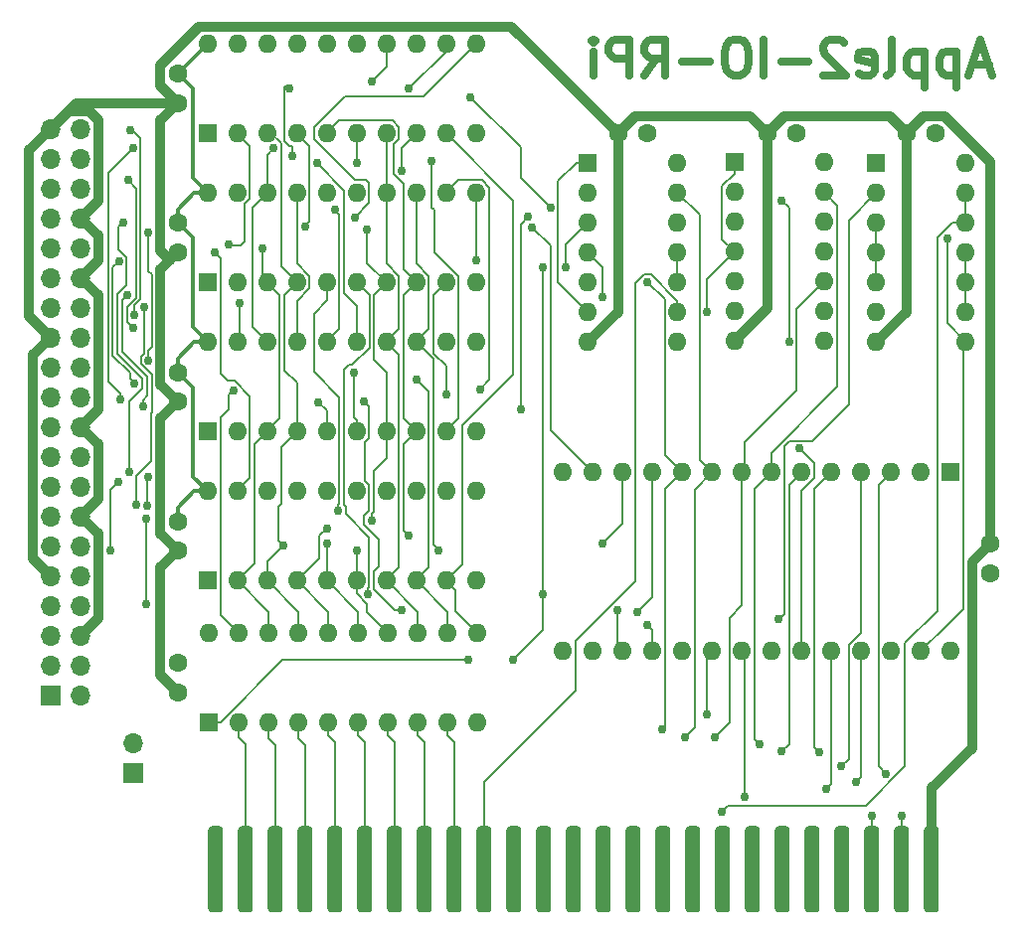
<source format=gbr>
G04 #@! TF.GenerationSoftware,KiCad,Pcbnew,(6.0.2-0)*
G04 #@! TF.CreationDate,2022-02-20T11:19:09-05:00*
G04 #@! TF.ProjectId,Apple2IORPi,4170706c-6532-4494-9f52-50692e6b6963,0.6*
G04 #@! TF.SameCoordinates,Original*
G04 #@! TF.FileFunction,Copper,L2,Bot*
G04 #@! TF.FilePolarity,Positive*
%FSLAX46Y46*%
G04 Gerber Fmt 4.6, Leading zero omitted, Abs format (unit mm)*
G04 Created by KiCad (PCBNEW (6.0.2-0)) date 2022-02-20 11:19:09*
%MOMM*%
%LPD*%
G01*
G04 APERTURE LIST*
G04 Aperture macros list*
%AMRoundRect*
0 Rectangle with rounded corners*
0 $1 Rounding radius*
0 $2 $3 $4 $5 $6 $7 $8 $9 X,Y pos of 4 corners*
0 Add a 4 corners polygon primitive as box body*
4,1,4,$2,$3,$4,$5,$6,$7,$8,$9,$2,$3,0*
0 Add four circle primitives for the rounded corners*
1,1,$1+$1,$2,$3*
1,1,$1+$1,$4,$5*
1,1,$1+$1,$6,$7*
1,1,$1+$1,$8,$9*
0 Add four rect primitives between the rounded corners*
20,1,$1+$1,$2,$3,$4,$5,0*
20,1,$1+$1,$4,$5,$6,$7,0*
20,1,$1+$1,$6,$7,$8,$9,0*
20,1,$1+$1,$8,$9,$2,$3,0*%
G04 Aperture macros list end*
%ADD10C,0.635000*%
G04 #@! TA.AperFunction,NonConductor*
%ADD11C,0.635000*%
G04 #@! TD*
G04 #@! TA.AperFunction,ConnectorPad*
%ADD12RoundRect,0.317500X-0.317500X-3.365500X0.317500X-3.365500X0.317500X3.365500X-0.317500X3.365500X0*%
G04 #@! TD*
G04 #@! TA.AperFunction,ComponentPad*
%ADD13R,1.700000X1.700000*%
G04 #@! TD*
G04 #@! TA.AperFunction,ComponentPad*
%ADD14O,1.700000X1.700000*%
G04 #@! TD*
G04 #@! TA.AperFunction,ComponentPad*
%ADD15R,1.600000X1.600000*%
G04 #@! TD*
G04 #@! TA.AperFunction,ComponentPad*
%ADD16O,1.600000X1.600000*%
G04 #@! TD*
G04 #@! TA.AperFunction,ComponentPad*
%ADD17C,1.600000*%
G04 #@! TD*
G04 #@! TA.AperFunction,ViaPad*
%ADD18C,0.762000*%
G04 #@! TD*
G04 #@! TA.AperFunction,Conductor*
%ADD19C,0.177800*%
G04 #@! TD*
G04 #@! TA.AperFunction,Conductor*
%ADD20C,0.812800*%
G04 #@! TD*
G04 #@! TA.AperFunction,Conductor*
%ADD21C,0.355600*%
G04 #@! TD*
G04 APERTURE END LIST*
D10*
D11*
X190365742Y-46888400D02*
X188914314Y-46888400D01*
X190656028Y-47759257D02*
X189640028Y-44711257D01*
X188624028Y-47759257D01*
X187608028Y-45727257D02*
X187608028Y-48775257D01*
X187608028Y-45872400D02*
X187317742Y-45727257D01*
X186737171Y-45727257D01*
X186446885Y-45872400D01*
X186301742Y-46017542D01*
X186156600Y-46307828D01*
X186156600Y-47178685D01*
X186301742Y-47468971D01*
X186446885Y-47614114D01*
X186737171Y-47759257D01*
X187317742Y-47759257D01*
X187608028Y-47614114D01*
X184850314Y-45727257D02*
X184850314Y-48775257D01*
X184850314Y-45872400D02*
X184560028Y-45727257D01*
X183979457Y-45727257D01*
X183689171Y-45872400D01*
X183544028Y-46017542D01*
X183398885Y-46307828D01*
X183398885Y-47178685D01*
X183544028Y-47468971D01*
X183689171Y-47614114D01*
X183979457Y-47759257D01*
X184560028Y-47759257D01*
X184850314Y-47614114D01*
X181657171Y-47759257D02*
X181947457Y-47614114D01*
X182092600Y-47323828D01*
X182092600Y-44711257D01*
X179334885Y-47614114D02*
X179625171Y-47759257D01*
X180205742Y-47759257D01*
X180496028Y-47614114D01*
X180641171Y-47323828D01*
X180641171Y-46162685D01*
X180496028Y-45872400D01*
X180205742Y-45727257D01*
X179625171Y-45727257D01*
X179334885Y-45872400D01*
X179189742Y-46162685D01*
X179189742Y-46452971D01*
X180641171Y-46743257D01*
X178028600Y-45001542D02*
X177883457Y-44856400D01*
X177593171Y-44711257D01*
X176867457Y-44711257D01*
X176577171Y-44856400D01*
X176432028Y-45001542D01*
X176286885Y-45291828D01*
X176286885Y-45582114D01*
X176432028Y-46017542D01*
X178173742Y-47759257D01*
X176286885Y-47759257D01*
X174980600Y-46598114D02*
X172658314Y-46598114D01*
X171206885Y-47759257D02*
X171206885Y-44711257D01*
X169174885Y-44711257D02*
X168594314Y-44711257D01*
X168304028Y-44856400D01*
X168013742Y-45146685D01*
X167868600Y-45727257D01*
X167868600Y-46743257D01*
X168013742Y-47323828D01*
X168304028Y-47614114D01*
X168594314Y-47759257D01*
X169174885Y-47759257D01*
X169465171Y-47614114D01*
X169755457Y-47323828D01*
X169900600Y-46743257D01*
X169900600Y-45727257D01*
X169755457Y-45146685D01*
X169465171Y-44856400D01*
X169174885Y-44711257D01*
X166562314Y-46598114D02*
X164240028Y-46598114D01*
X161046885Y-47759257D02*
X162062885Y-46307828D01*
X162788600Y-47759257D02*
X162788600Y-44711257D01*
X161627457Y-44711257D01*
X161337171Y-44856400D01*
X161192028Y-45001542D01*
X161046885Y-45291828D01*
X161046885Y-45727257D01*
X161192028Y-46017542D01*
X161337171Y-46162685D01*
X161627457Y-46307828D01*
X162788600Y-46307828D01*
X159740600Y-47759257D02*
X159740600Y-44711257D01*
X158579457Y-44711257D01*
X158289171Y-44856400D01*
X158144028Y-45001542D01*
X157998885Y-45291828D01*
X157998885Y-45727257D01*
X158144028Y-46017542D01*
X158289171Y-46162685D01*
X158579457Y-46307828D01*
X159740600Y-46307828D01*
X156692600Y-47759257D02*
X156692600Y-45727257D01*
X156692600Y-44711257D02*
X156837742Y-44856400D01*
X156692600Y-45001542D01*
X156547457Y-44856400D01*
X156692600Y-44711257D01*
X156692600Y-45001542D01*
D12*
X185495001Y-115443000D03*
X182955001Y-115443000D03*
X180415001Y-115443000D03*
X177875001Y-115443000D03*
X175335001Y-115443000D03*
X172795001Y-115443000D03*
X170255001Y-115443000D03*
X167715001Y-115443000D03*
X165175001Y-115443000D03*
X162635001Y-115443000D03*
X160095001Y-115443000D03*
X157555001Y-115443000D03*
X155015001Y-115443000D03*
X152475001Y-115443000D03*
X149935001Y-115443000D03*
X147395001Y-115443000D03*
X144855001Y-115443000D03*
X142315001Y-115443000D03*
X139775001Y-115443000D03*
X137235001Y-115443000D03*
X134695001Y-115443000D03*
X132155001Y-115443000D03*
X129615001Y-115443000D03*
X127075001Y-115443000D03*
X124535001Y-115443000D03*
D13*
X110490000Y-100584000D03*
D14*
X113030000Y-100584000D03*
X110490000Y-98044000D03*
X113030000Y-98044000D03*
X110490000Y-95504000D03*
X113030000Y-95504000D03*
X110490000Y-92964000D03*
X113030000Y-92964000D03*
X110490000Y-90424000D03*
X113030000Y-90424000D03*
X110490000Y-87884000D03*
X113030000Y-87884000D03*
X110490000Y-85344000D03*
X113030000Y-85344000D03*
X110490000Y-82804000D03*
X113030000Y-82804000D03*
X110490000Y-80264000D03*
X113030000Y-80264000D03*
X110490000Y-77724000D03*
X113030000Y-77724000D03*
X110490000Y-75184000D03*
X113030000Y-75184000D03*
X110490000Y-72644000D03*
X113030000Y-72644000D03*
X110490000Y-70104000D03*
X113030000Y-70104000D03*
X110490000Y-67564000D03*
X113030000Y-67564000D03*
X110490000Y-65024000D03*
X113030000Y-65024000D03*
X110490000Y-62484000D03*
X113030000Y-62484000D03*
X110490000Y-59944000D03*
X113030000Y-59944000D03*
X110490000Y-57404000D03*
X113030000Y-57404000D03*
X110490000Y-54864000D03*
X113030000Y-54864000D03*
X110490000Y-52324000D03*
X113030000Y-52324000D03*
D15*
X123952000Y-102870000D03*
D16*
X126492000Y-102870000D03*
X129032000Y-102870000D03*
X131572000Y-102870000D03*
X134112000Y-102870000D03*
X136652000Y-102870000D03*
X139192000Y-102870000D03*
X141732000Y-102870000D03*
X144272000Y-102870000D03*
X146812000Y-102870000D03*
X146812000Y-95250000D03*
X144272000Y-95250000D03*
X141732000Y-95250000D03*
X139192000Y-95250000D03*
X136652000Y-95250000D03*
X134112000Y-95250000D03*
X131572000Y-95250000D03*
X129032000Y-95250000D03*
X126492000Y-95250000D03*
X123952000Y-95250000D03*
D15*
X180771800Y-55245000D03*
D16*
X180771800Y-57785000D03*
X180771800Y-60325000D03*
X180771800Y-62865000D03*
X180771800Y-65405000D03*
X180771800Y-67945000D03*
X180771800Y-70485000D03*
X188391800Y-70485000D03*
X188391800Y-67945000D03*
X188391800Y-65405000D03*
X188391800Y-62865000D03*
X188391800Y-60325000D03*
X188391800Y-57785000D03*
X188391800Y-55245000D03*
D15*
X156210000Y-55245000D03*
D16*
X156210000Y-57785000D03*
X156210000Y-60325000D03*
X156210000Y-62865000D03*
X156210000Y-65405000D03*
X156210000Y-67945000D03*
X156210000Y-70485000D03*
X163830000Y-70485000D03*
X163830000Y-67945000D03*
X163830000Y-65405000D03*
X163830000Y-62865000D03*
X163830000Y-60325000D03*
X163830000Y-57785000D03*
X163830000Y-55245000D03*
D15*
X123825000Y-90805000D03*
D16*
X126365000Y-90805000D03*
X128905000Y-90805000D03*
X131445000Y-90805000D03*
X133985000Y-90805000D03*
X136525000Y-90805000D03*
X139065000Y-90805000D03*
X141605000Y-90805000D03*
X144145000Y-90805000D03*
X146685000Y-90805000D03*
X146685000Y-83185000D03*
X144145000Y-83185000D03*
X141605000Y-83185000D03*
X139065000Y-83185000D03*
X136525000Y-83185000D03*
X133985000Y-83185000D03*
X131445000Y-83185000D03*
X128905000Y-83185000D03*
X126365000Y-83185000D03*
X123825000Y-83185000D03*
D15*
X123825000Y-78105000D03*
D16*
X126365000Y-78105000D03*
X128905000Y-78105000D03*
X131445000Y-78105000D03*
X133985000Y-78105000D03*
X136525000Y-78105000D03*
X139065000Y-78105000D03*
X141605000Y-78105000D03*
X144145000Y-78105000D03*
X146685000Y-78105000D03*
X146685000Y-70485000D03*
X144145000Y-70485000D03*
X141605000Y-70485000D03*
X139065000Y-70485000D03*
X136525000Y-70485000D03*
X133985000Y-70485000D03*
X131445000Y-70485000D03*
X128905000Y-70485000D03*
X126365000Y-70485000D03*
X123825000Y-70485000D03*
D15*
X187101925Y-81586962D03*
D16*
X184561925Y-81586962D03*
X182021925Y-81586962D03*
X179481925Y-81586962D03*
X176941925Y-81586962D03*
X174401925Y-81586962D03*
X171861925Y-81586962D03*
X169321925Y-81586962D03*
X166781925Y-81586962D03*
X164241925Y-81586962D03*
X161701925Y-81586962D03*
X159161925Y-81586962D03*
X156621925Y-81586962D03*
X154081925Y-81586962D03*
X154081925Y-96826962D03*
X156621925Y-96826962D03*
X159161925Y-96826962D03*
X161701925Y-96826962D03*
X164241925Y-96826962D03*
X166781925Y-96826962D03*
X169321925Y-96826962D03*
X171861925Y-96826962D03*
X174401925Y-96826962D03*
X176941925Y-96826962D03*
X179481925Y-96826962D03*
X182021925Y-96826962D03*
X184561925Y-96826962D03*
X187101925Y-96826962D03*
D15*
X123825000Y-65405000D03*
D16*
X126365000Y-65405000D03*
X128905000Y-65405000D03*
X131445000Y-65405000D03*
X133985000Y-65405000D03*
X136525000Y-65405000D03*
X139065000Y-65405000D03*
X141605000Y-65405000D03*
X144145000Y-65405000D03*
X146685000Y-65405000D03*
X146685000Y-57785000D03*
X144145000Y-57785000D03*
X141605000Y-57785000D03*
X139065000Y-57785000D03*
X136525000Y-57785000D03*
X133985000Y-57785000D03*
X131445000Y-57785000D03*
X128905000Y-57785000D03*
X126365000Y-57785000D03*
X123825000Y-57785000D03*
D15*
X123825000Y-52705000D03*
D16*
X126365000Y-52705000D03*
X128905000Y-52705000D03*
X131445000Y-52705000D03*
X133985000Y-52705000D03*
X136525000Y-52705000D03*
X139065000Y-52705000D03*
X141605000Y-52705000D03*
X144145000Y-52705000D03*
X146685000Y-52705000D03*
X146685000Y-45085000D03*
X144145000Y-45085000D03*
X141605000Y-45085000D03*
X139065000Y-45085000D03*
X136525000Y-45085000D03*
X133985000Y-45085000D03*
X131445000Y-45085000D03*
X128905000Y-45085000D03*
X126365000Y-45085000D03*
X123825000Y-45085000D03*
D17*
X121285000Y-97830000D03*
X121285000Y-100330000D03*
X190500000Y-90170000D03*
X190500000Y-87670000D03*
X185851800Y-52705000D03*
X183351800Y-52705000D03*
X161290000Y-52705000D03*
X158790000Y-52705000D03*
X121285000Y-85765000D03*
X121285000Y-88265000D03*
X121285000Y-73065000D03*
X121285000Y-75565000D03*
X121285000Y-47625000D03*
X121285000Y-50125000D03*
X121285000Y-60325000D03*
X121285000Y-62825000D03*
X173990000Y-52705000D03*
X171490000Y-52705000D03*
D15*
X168706800Y-55168800D03*
D16*
X168706800Y-57708800D03*
X168706800Y-60248800D03*
X168706800Y-62788800D03*
X168706800Y-65328800D03*
X168706800Y-67868800D03*
X168706800Y-70408800D03*
X176326800Y-70408800D03*
X176326800Y-67868800D03*
X176326800Y-65328800D03*
X176326800Y-62788800D03*
X176326800Y-60248800D03*
X176326800Y-57708800D03*
X176326800Y-55168800D03*
D13*
X117500400Y-107238800D03*
D14*
X117500400Y-104698800D03*
D18*
X133985000Y-87630000D03*
X140970000Y-86995000D03*
X143510000Y-88265000D03*
X136525000Y-55245000D03*
X136525000Y-88265000D03*
X181610000Y-107315000D03*
X158750000Y-93345000D03*
X177800000Y-106654599D03*
X141605000Y-73660000D03*
X140335000Y-55892700D03*
X161290000Y-94602300D03*
X175895000Y-105410000D03*
X129438400Y-53988593D03*
X172720000Y-105397300D03*
X172466000Y-94107000D03*
X166370000Y-102235000D03*
X170815000Y-104749600D03*
X169557700Y-109220000D03*
X167005000Y-104140000D03*
X164465000Y-104140000D03*
X162560000Y-103505000D03*
X161290000Y-65405000D03*
X176530000Y-108585000D03*
X128524000Y-62547500D03*
X160401000Y-93497400D03*
X125649727Y-62204599D03*
X179070000Y-107950000D03*
X130276600Y-87833200D03*
X157454600Y-87680800D03*
X132156200Y-60629800D03*
X137414000Y-60947300D03*
X151485600Y-60706000D03*
X137795000Y-85725000D03*
X133985000Y-86360000D03*
X167640000Y-110490000D03*
X180415001Y-110871000D03*
X182955001Y-110871000D03*
X118618000Y-92837000D03*
X118592600Y-85547200D03*
X137160000Y-75565000D03*
X144145000Y-74930000D03*
X140335000Y-93345000D03*
X137509508Y-92004891D03*
X115581801Y-88265000D03*
X116205000Y-82448400D03*
X134975600Y-84886800D03*
X118783199Y-82016600D03*
X118719600Y-84429600D03*
X117779800Y-84378800D03*
X118427500Y-67487800D03*
X116611400Y-60299600D03*
X117132100Y-81584800D03*
X136372600Y-59867800D03*
X131025999Y-54636293D03*
X140970000Y-48895000D03*
X116408200Y-75412600D03*
X117475000Y-53975000D03*
X130810000Y-48920400D03*
X137795000Y-48272700D03*
X117017800Y-66497200D03*
X118351300Y-75980431D03*
X117602000Y-74015600D03*
X116281200Y-63600701D03*
X126517400Y-67157600D03*
X118783199Y-61163200D03*
X118783199Y-72059800D03*
X133248400Y-75603199D03*
X117500400Y-69316600D03*
X117043200Y-56718200D03*
X136271000Y-73088500D03*
X134645400Y-59207400D03*
X142925800Y-55067200D03*
X133159401Y-55269910D03*
X117271800Y-52451000D03*
X117602000Y-68224400D03*
X149860000Y-97601573D03*
X152400000Y-64135000D03*
X152400000Y-91948000D03*
X146050000Y-97601573D03*
X157480000Y-66675000D03*
X126034006Y-74625994D03*
X166370000Y-67945000D03*
X154330401Y-64135000D03*
X124460000Y-62865000D03*
X151136567Y-59833416D03*
X150495000Y-76200000D03*
X174218600Y-79552800D03*
X147015200Y-74549000D03*
X146685000Y-63500000D03*
X153035000Y-59055000D03*
X146227800Y-49631600D03*
X172720000Y-58420000D03*
X173355000Y-70485000D03*
X186798209Y-61703209D03*
D19*
X140131701Y-52192983D02*
X139577017Y-51638299D01*
X140538299Y-79171701D02*
X140538299Y-86563299D01*
X139687299Y-56203597D02*
X139687299Y-54622701D01*
X135051701Y-51638299D02*
X133985000Y-52705000D01*
X140538299Y-77038299D02*
X141605000Y-78105000D01*
X140538299Y-86563299D02*
X140970000Y-86995000D01*
X133985000Y-87630000D02*
X133985000Y-90805000D01*
X140538299Y-66471701D02*
X140538299Y-77038299D01*
X140538299Y-64338299D02*
X140538299Y-57054597D01*
X139700000Y-54610000D02*
X139700000Y-53648718D01*
X140131701Y-53217017D02*
X140131701Y-52192983D01*
X139687299Y-54622701D02*
X139700000Y-54610000D01*
X141605000Y-65405000D02*
X140538299Y-64338299D01*
X141605000Y-65405000D02*
X140538299Y-66471701D01*
X140538299Y-57054597D02*
X139687299Y-56203597D01*
X139577017Y-51638299D02*
X135051701Y-51638299D01*
X139700000Y-53648718D02*
X140131701Y-53217017D01*
X136652000Y-95250000D02*
X136652000Y-93472000D01*
X136652000Y-93472000D02*
X133985000Y-90805000D01*
X141605000Y-78105000D02*
X140538299Y-79171701D01*
X137414000Y-93472000D02*
X139192000Y-95250000D01*
X136525000Y-91936370D02*
X137414000Y-92825370D01*
X143027311Y-87782311D02*
X143510000Y-88265000D01*
X136525000Y-88265000D02*
X136525000Y-90805000D01*
X142671701Y-69418299D02*
X141605000Y-70485000D01*
X136525000Y-55245000D02*
X136525000Y-52705000D01*
X142671701Y-64892983D02*
X142671701Y-69418299D01*
X141605000Y-70485000D02*
X143027311Y-71907311D01*
X141605000Y-63826282D02*
X142671701Y-64892983D01*
X141605000Y-57785000D02*
X141605000Y-63826282D01*
X137414000Y-92825370D02*
X137414000Y-93472000D01*
X136525000Y-90805000D02*
X136525000Y-91936370D01*
X143027311Y-71907311D02*
X143027311Y-87782311D01*
X181610000Y-107315000D02*
X180955224Y-106660224D01*
X180955224Y-82653663D02*
X182021925Y-81586962D01*
X180955224Y-106660224D02*
X180955224Y-82653663D01*
X139065000Y-57785000D02*
X139065000Y-63826282D01*
X139065000Y-52705000D02*
X139065000Y-57785000D01*
X140131701Y-89738299D02*
X140131701Y-71551701D01*
X158750000Y-93345000D02*
X158750000Y-96415037D01*
X139065000Y-90805000D02*
X140131701Y-89738299D01*
X141732000Y-93472000D02*
X139065000Y-90805000D01*
X140131701Y-69418299D02*
X139065000Y-70485000D01*
X140131701Y-71551701D02*
X139065000Y-70485000D01*
X141732000Y-95250000D02*
X141732000Y-93472000D01*
X140131701Y-64892983D02*
X140131701Y-69418299D01*
X158750000Y-96415037D02*
X159161925Y-96826962D01*
X139065000Y-63826282D02*
X140131701Y-64892983D01*
X179481925Y-95248244D02*
X178415224Y-96314945D01*
X178415224Y-96314945D02*
X178415224Y-106039375D01*
X178415224Y-106039375D02*
X177800000Y-106654599D01*
X179481925Y-81586962D02*
X179481925Y-95248244D01*
X141605000Y-90805000D02*
X142671701Y-89738299D01*
X140335000Y-53975000D02*
X140335000Y-55892700D01*
X132388718Y-64770000D02*
X131445000Y-63826282D01*
X161290000Y-94602300D02*
X161701925Y-95014225D01*
X161701925Y-95014225D02*
X161701925Y-96826962D01*
X142671701Y-74726701D02*
X141605000Y-73660000D01*
X131445000Y-66983718D02*
X132511701Y-65917017D01*
X141605000Y-52705000D02*
X140335000Y-53975000D01*
X144272000Y-93472000D02*
X141605000Y-90805000D01*
X132511701Y-65917017D02*
X132511701Y-64770000D01*
X131445000Y-63826282D02*
X131445000Y-57785000D01*
X144272000Y-95250000D02*
X144272000Y-93472000D01*
X132511701Y-64770000D02*
X132388718Y-64770000D01*
X142671701Y-89738299D02*
X142671701Y-74726701D01*
X131445000Y-70485000D02*
X131445000Y-66983718D01*
X175514001Y-83014886D02*
X176941925Y-81586962D01*
X175895000Y-105410000D02*
X175514001Y-105029001D01*
X175514001Y-105029001D02*
X175514001Y-83014886D01*
X128905000Y-54521993D02*
X129438400Y-53988593D01*
X144944999Y-91604999D02*
X144944999Y-93382999D01*
X144145000Y-52705000D02*
X149872701Y-58432701D01*
X144944999Y-93382999D02*
X146812000Y-95250000D01*
X127635000Y-59055000D02*
X127635000Y-69215000D01*
X149872701Y-73266398D02*
X145542099Y-77597000D01*
X127635000Y-69215000D02*
X128905000Y-70485000D01*
X144145000Y-90805000D02*
X144944999Y-91604999D01*
X145542099Y-77597000D02*
X145542099Y-89407901D01*
X149872701Y-58432701D02*
X149872701Y-73266398D01*
X128905000Y-57785000D02*
X127635000Y-59055000D01*
X145542099Y-89407901D02*
X144145000Y-90805000D01*
X128905000Y-57785000D02*
X128905000Y-54521993D01*
X174401925Y-81586962D02*
X173335224Y-82653663D01*
X173335224Y-104782076D02*
X172720000Y-105397300D01*
X173335224Y-82653663D02*
X173335224Y-104782076D01*
X178415224Y-60141576D02*
X180771800Y-57785000D01*
X166370000Y-97238887D02*
X166781925Y-96826962D01*
X172928626Y-93644374D02*
X172928626Y-79369574D01*
X173393101Y-78905099D02*
X175286407Y-78905099D01*
X166370000Y-102235000D02*
X166370000Y-97238887D01*
X172466000Y-94107000D02*
X172928626Y-93644374D01*
X178415224Y-75776282D02*
X178415224Y-60141576D01*
X172928626Y-79369574D02*
X173393101Y-78905099D01*
X175286407Y-78905099D02*
X178415224Y-75776282D01*
X170434001Y-104368601D02*
X170434001Y-83014886D01*
X177469701Y-74325591D02*
X171861925Y-79933367D01*
X176326800Y-57708800D02*
X177469701Y-58851701D01*
X170434001Y-83014886D02*
X171861925Y-81586962D01*
X170815000Y-104749600D02*
X170434001Y-104368601D01*
X177469701Y-58851701D02*
X177469701Y-74325591D01*
X171861925Y-79933367D02*
X171861925Y-81586962D01*
X169557700Y-109220000D02*
X169557700Y-97062737D01*
X169557700Y-97062737D02*
X169321925Y-96826962D01*
X169545000Y-79051402D02*
X171627800Y-76968602D01*
X168275000Y-102870000D02*
X168255224Y-102850224D01*
X168255224Y-102850224D02*
X168255224Y-93999776D01*
X167005000Y-104140000D02*
X168275000Y-102870000D01*
X169545000Y-81363887D02*
X169321925Y-81586962D01*
X174002701Y-74593701D02*
X171627800Y-76968602D01*
X169321925Y-92933075D02*
X168255224Y-93999776D01*
X169321925Y-81586962D02*
X169321925Y-92933075D01*
X174002701Y-67652899D02*
X174002701Y-74593701D01*
X176326800Y-65328800D02*
X174002701Y-67652899D01*
X169545000Y-79051402D02*
X169545000Y-81363887D01*
X166781925Y-81586962D02*
X165722299Y-80527336D01*
X165722299Y-59677299D02*
X163830000Y-57785000D01*
X164465000Y-104140000D02*
X165308626Y-103296374D01*
X165722299Y-80527336D02*
X165722299Y-59677299D01*
X165308626Y-103296374D02*
X165308626Y-83060261D01*
X165308626Y-83060261D02*
X166781925Y-81586962D01*
X162814001Y-103250999D02*
X162560000Y-103505000D01*
X164241925Y-81586962D02*
X162763299Y-80108336D01*
X162763299Y-80108336D02*
X162763299Y-66878299D01*
X162814001Y-83014886D02*
X164241925Y-81586962D01*
X162814001Y-83014886D02*
X162814001Y-103250999D01*
X162763299Y-66878299D02*
X161290000Y-65405000D01*
X176530000Y-108585000D02*
X176941925Y-108173075D01*
X176941925Y-108173075D02*
X176941925Y-96826962D01*
X129971701Y-66471701D02*
X128905000Y-65405000D01*
X161701925Y-92196475D02*
X160401000Y-93497400D01*
X128524000Y-65024000D02*
X128905000Y-65405000D01*
X126365000Y-52705000D02*
X127431701Y-53771701D01*
X127838299Y-89331701D02*
X127838299Y-79171701D01*
X129971701Y-77038299D02*
X129971701Y-66471701D01*
X128524000Y-62547500D02*
X128524000Y-65024000D01*
X129032000Y-93472000D02*
X126365000Y-90805000D01*
X126675897Y-62242701D02*
X125687829Y-62242701D01*
X126365000Y-90805000D02*
X127838299Y-89331701D01*
X127012701Y-58716017D02*
X127012701Y-61905897D01*
X161701925Y-81586962D02*
X161701925Y-92196475D01*
X127431701Y-53771701D02*
X127431701Y-58297017D01*
X127431701Y-58297017D02*
X127012701Y-58716017D01*
X127012701Y-61905897D02*
X126675897Y-62242701D01*
X127838299Y-79171701D02*
X128905000Y-78105000D01*
X129032000Y-95250000D02*
X129032000Y-93472000D01*
X125687829Y-62242701D02*
X125649727Y-62204599D01*
X128905000Y-78105000D02*
X129971701Y-77038299D01*
X179070000Y-107950000D02*
X179481925Y-107538075D01*
X179481925Y-107538075D02*
X179481925Y-96826962D01*
X130086101Y-64046101D02*
X130086101Y-54508400D01*
X130124200Y-79425800D02*
X130276600Y-79273400D01*
X131445000Y-65405000D02*
X130378299Y-66471701D01*
X130086101Y-53576209D02*
X129214892Y-52705000D01*
X129895601Y-84505799D02*
X130124200Y-84277200D01*
X130276600Y-79273400D02*
X131445000Y-78105000D01*
X131445000Y-65405000D02*
X130086101Y-64046101D01*
X130276600Y-87833200D02*
X129895601Y-87452201D01*
X130378299Y-72916897D02*
X131445000Y-73983598D01*
X131445000Y-78105000D02*
X131445000Y-73983598D01*
X159161925Y-81586962D02*
X159161925Y-85973475D01*
X131572000Y-95250000D02*
X131572000Y-93472000D01*
X130175000Y-79375000D02*
X130276600Y-79273400D01*
X130276600Y-87833200D02*
X128905000Y-89204800D01*
X130124200Y-84277200D02*
X130124200Y-79425800D01*
X130086101Y-54508400D02*
X130086101Y-53576209D01*
X129214892Y-52705000D02*
X128905000Y-52705000D01*
X128905000Y-89204800D02*
X128905000Y-90805000D01*
X159161925Y-85973475D02*
X157454600Y-87680800D01*
X130378299Y-66471701D02*
X130378299Y-72916897D01*
X129895601Y-87452201D02*
X129895601Y-84505799D01*
X131572000Y-93472000D02*
X128905000Y-90805000D01*
X153047701Y-62268101D02*
X153047701Y-78012738D01*
X139065000Y-80391000D02*
X139065000Y-78105000D01*
X137998299Y-72009099D02*
X139065000Y-73075800D01*
X133985000Y-86360000D02*
X133337299Y-87007701D01*
X137795000Y-85166200D02*
X137972800Y-84988400D01*
X139065000Y-65405000D02*
X137998299Y-66471701D01*
X137795000Y-85725000D02*
X137795000Y-85166200D01*
X132511701Y-53771701D02*
X132511701Y-60274299D01*
X139065000Y-65405000D02*
X137414000Y-63754000D01*
X137972800Y-81483200D02*
X139065000Y-80391000D01*
X139065000Y-73075800D02*
X139065000Y-78105000D01*
X137998299Y-66471701D02*
X137998299Y-72009099D01*
X151485600Y-60706000D02*
X153047701Y-62268101D01*
X153047701Y-78012738D02*
X156621925Y-81586962D01*
X134112000Y-93472000D02*
X131445000Y-90805000D01*
X134112000Y-95250000D02*
X134112000Y-93472000D01*
X137972800Y-84988400D02*
X137972800Y-81483200D01*
X132511701Y-60274299D02*
X132156200Y-60629800D01*
X137414000Y-63754000D02*
X137414000Y-60947300D01*
X133337299Y-87007701D02*
X133337299Y-88912701D01*
X131445000Y-52705000D02*
X132511701Y-53771701D01*
X133337299Y-88912701D02*
X131445000Y-90805000D01*
X183232299Y-96119496D02*
X185959024Y-93392771D01*
X168122600Y-110007400D02*
X179876198Y-110007400D01*
X179876198Y-110007400D02*
X183232299Y-106651299D01*
X187260430Y-60325000D02*
X185959024Y-61626406D01*
X185959024Y-93392771D02*
X185959024Y-61626406D01*
X188391800Y-60325000D02*
X187260430Y-60325000D01*
X168122600Y-110007400D02*
X167640000Y-110490000D01*
X183232299Y-106651299D02*
X183232299Y-96119496D01*
X188391800Y-57785000D02*
X188391800Y-60325000D01*
X180415001Y-115570000D02*
X180415001Y-110871000D01*
X182955001Y-110871000D02*
X182955001Y-115570000D01*
X141732000Y-102870000D02*
X141732000Y-104001370D01*
X141732000Y-104001370D02*
X142315001Y-104584371D01*
X142315001Y-104584371D02*
X142315001Y-115570000D01*
X139192000Y-102870000D02*
X139192000Y-104001370D01*
X139775001Y-104584371D02*
X139775001Y-115570000D01*
X139192000Y-104001370D02*
X139775001Y-104584371D01*
X137235001Y-104584371D02*
X137235001Y-115570000D01*
X136652000Y-104001370D02*
X137235001Y-104584371D01*
X136652000Y-102870000D02*
X136652000Y-104001370D01*
X134695001Y-104584371D02*
X134695001Y-115570000D01*
X134112000Y-102870000D02*
X134112000Y-104001370D01*
X134112000Y-104001370D02*
X134695001Y-104584371D01*
X131572000Y-102870000D02*
X131572000Y-104267000D01*
X132155001Y-104850001D02*
X132155001Y-115570000D01*
X131572000Y-104267000D02*
X132155001Y-104850001D01*
X129615001Y-104850001D02*
X129615001Y-115570000D01*
X129032000Y-102870000D02*
X129032000Y-104267000D01*
X129032000Y-104267000D02*
X129615001Y-104850001D01*
X126492000Y-104191999D02*
X127075001Y-104775000D01*
X127075001Y-104775000D02*
X127075001Y-115570000D01*
X126492000Y-102870000D02*
X126492000Y-104191999D01*
X118592600Y-92811600D02*
X118618000Y-92837000D01*
X118592600Y-85547200D02*
X118592600Y-92811600D01*
X137147299Y-86035897D02*
X138442701Y-87331299D01*
X138442701Y-87331299D02*
X138442701Y-89573198D01*
X143078299Y-71455391D02*
X144145000Y-72522092D01*
X137591701Y-82672983D02*
X137591701Y-84866591D01*
X137160000Y-75565000D02*
X137591701Y-75996701D01*
X137591701Y-84866591D02*
X137147299Y-85310993D01*
X137998299Y-90017600D02*
X137998299Y-91547114D01*
X138442701Y-89573198D02*
X137998299Y-90017600D01*
X137998299Y-91547114D02*
X139796185Y-93345000D01*
X137236200Y-79044800D02*
X137236200Y-82317482D01*
X143078299Y-66471701D02*
X143078299Y-71455391D01*
X144145000Y-65405000D02*
X143078299Y-66471701D01*
X137147299Y-85310993D02*
X137147299Y-86035897D01*
X137591701Y-75996701D02*
X137591701Y-78689299D01*
X137236200Y-82317482D02*
X137591701Y-82672983D01*
X144145000Y-72522092D02*
X144145000Y-74930000D01*
X139796185Y-93345000D02*
X140335000Y-93345000D01*
X137591701Y-78689299D02*
X137236200Y-79044800D01*
X135458299Y-77089000D02*
X135458299Y-84328099D01*
X135890001Y-72440799D02*
X135458299Y-72872501D01*
X137509508Y-91466076D02*
X137509508Y-92004891D01*
X135458299Y-72872501D02*
X135458299Y-75412600D01*
X135623301Y-84493101D02*
X135623301Y-85153501D01*
X135458299Y-75412600D02*
X135458299Y-77089000D01*
X137642600Y-70946118D02*
X136147919Y-72440799D01*
X136147919Y-72440799D02*
X135890001Y-72440799D01*
X135458299Y-84328099D02*
X135623301Y-84493101D01*
X137591701Y-91383883D02*
X137509508Y-91466076D01*
X135623301Y-85153501D02*
X137591701Y-87121901D01*
X137591701Y-87121901D02*
X137591701Y-91383883D01*
X137642600Y-66522600D02*
X137642600Y-70946118D01*
X136525000Y-65405000D02*
X137642600Y-66522600D01*
X116205000Y-82448400D02*
X115581801Y-83071599D01*
X115581801Y-83071599D02*
X115581801Y-88265000D01*
X134975600Y-84347985D02*
X134975600Y-84886800D01*
X135051701Y-75184000D02*
X135051701Y-84271884D01*
X135051701Y-84271884D02*
X134975600Y-84347985D01*
X133985000Y-66954400D02*
X132867311Y-68072089D01*
X132867311Y-68072089D02*
X132867311Y-72999610D01*
X133985000Y-65405000D02*
X133985000Y-66954400D01*
X132867311Y-72999610D02*
X135051701Y-75184000D01*
X118719600Y-82080199D02*
X118783199Y-82016600D01*
X118719600Y-84429600D02*
X118719600Y-82080199D01*
X119075289Y-76479311D02*
X118999000Y-76555600D01*
X118999000Y-80676498D02*
X117779800Y-81895698D01*
X119075289Y-73310488D02*
X119075289Y-76479311D01*
X118135498Y-72370697D02*
X119075289Y-73310488D01*
X118427500Y-68605400D02*
X118427500Y-71456901D01*
X118135498Y-71748903D02*
X118135498Y-72370697D01*
X118999000Y-76555600D02*
X118999000Y-80676498D01*
X118427500Y-67487800D02*
X118427500Y-68605400D01*
X117779800Y-81895698D02*
X117779800Y-84378800D01*
X118427500Y-71456901D02*
X118135498Y-71748903D01*
X116103420Y-66446380D02*
X116103420Y-69240400D01*
X137337899Y-56718299D02*
X137591701Y-56972101D01*
X118249701Y-74142600D02*
X118249701Y-73704703D01*
X116928901Y-65620899D02*
X116103420Y-66446380D01*
X132918299Y-52192983D02*
X135568581Y-49542701D01*
X117132100Y-75596498D02*
X118249701Y-74478897D01*
X118249701Y-73621578D02*
X118249701Y-74142600D01*
X116928901Y-63309501D02*
X116928901Y-65620899D01*
X137591701Y-56972101D02*
X137591701Y-58648699D01*
X132918299Y-53217017D02*
X132918299Y-52192983D01*
X132918299Y-53217017D02*
X136419581Y-56718299D01*
X136419581Y-56718299D02*
X137337899Y-56718299D01*
X117132100Y-81584800D02*
X117132100Y-75596498D01*
X118249701Y-74478897D02*
X118249701Y-74142600D01*
X116230401Y-62611001D02*
X116928901Y-63309501D01*
X135568581Y-49542701D02*
X142227299Y-49542701D01*
X116230401Y-60680599D02*
X116230401Y-62611001D01*
X142227299Y-49542701D02*
X146685000Y-45085000D01*
X116611400Y-60299600D02*
X116230401Y-60680599D01*
X137591701Y-58648699D02*
X136372600Y-59867800D01*
X116103420Y-71475297D02*
X118249701Y-73621578D01*
X116103420Y-69240400D02*
X116103420Y-71475297D01*
X116408200Y-75412600D02*
X116408200Y-74873785D01*
X130378299Y-48691701D02*
X130581301Y-48691701D01*
X115392200Y-56057800D02*
X115392200Y-70916800D01*
X117475000Y-53975000D02*
X115392200Y-56057800D01*
X130378299Y-48691701D02*
X130378299Y-53365499D01*
X130378299Y-53365499D02*
X130784501Y-53771701D01*
X140970000Y-48895000D02*
X144145000Y-45720000D01*
X130784501Y-53771701D02*
X130962301Y-53771701D01*
X115392200Y-73857785D02*
X115392200Y-70916800D01*
X130962301Y-53771701D02*
X131025999Y-53835399D01*
X130581301Y-48691701D02*
X130810000Y-48920400D01*
X144145000Y-45720000D02*
X144145000Y-45085000D01*
X131025999Y-53835399D02*
X131025999Y-54636293D01*
X116408200Y-74873785D02*
X115392200Y-73857785D01*
X139065000Y-47002700D02*
X137795000Y-48272700D01*
X139065000Y-45085000D02*
X139065000Y-47002700D01*
X116598690Y-71336797D02*
X118719679Y-73457786D01*
X117017800Y-66497200D02*
X116598690Y-66916310D01*
X118719679Y-75073237D02*
X118351300Y-75441616D01*
X118719679Y-73457786D02*
X118719679Y-75073237D01*
X118351300Y-75441616D02*
X118351300Y-75980431D01*
X116598690Y-66916310D02*
X116598690Y-71336797D01*
X115747810Y-64134091D02*
X116281200Y-63600701D01*
X115747810Y-71622595D02*
X115747810Y-64134091D01*
X117221001Y-73634601D02*
X117221001Y-73095786D01*
X117221001Y-73095786D02*
X115747810Y-71622595D01*
X117602000Y-74015600D02*
X117221001Y-73634601D01*
X126517400Y-70332600D02*
X126365000Y-70485000D01*
X126517400Y-67157600D02*
X126517400Y-70332600D01*
X133985000Y-76339799D02*
X133248400Y-75603199D01*
X119075200Y-70929599D02*
X118783199Y-71221600D01*
X119075200Y-64744600D02*
X119075200Y-70929599D01*
X118783199Y-71221600D02*
X118783199Y-72059800D01*
X118783199Y-61163200D02*
X118783199Y-64452599D01*
X118783199Y-64452599D02*
X119075200Y-64744600D01*
X133985000Y-78105000D02*
X133985000Y-76339799D01*
X117500400Y-69316600D02*
X116954299Y-68770499D01*
X117754400Y-57429400D02*
X117043200Y-56718200D01*
X136271000Y-73088500D02*
X136271000Y-76911200D01*
X117754400Y-66719198D02*
X117754400Y-57429400D01*
X116954299Y-68770499D02*
X116954299Y-67519299D01*
X116954299Y-67519299D02*
X117754400Y-66719198D01*
X136525000Y-78105000D02*
X136525000Y-77165200D01*
X136271000Y-76911200D02*
X136525000Y-77165200D01*
X133985000Y-70485000D02*
X135051701Y-69418299D01*
X135051701Y-59613701D02*
X134645400Y-59207400D01*
X135051701Y-69418299D02*
X135051701Y-59613701D01*
X142925800Y-59029600D02*
X142925800Y-55067200D01*
X143154400Y-59258200D02*
X143154400Y-62835682D01*
X145211701Y-64892983D02*
X145211701Y-77038299D01*
X145211701Y-77038299D02*
X144145000Y-78105000D01*
X143154400Y-59258200D02*
X142925800Y-59029600D01*
X143154400Y-62835682D02*
X145211701Y-64892983D01*
X135458299Y-57568808D02*
X135458299Y-66344899D01*
X133159401Y-55269910D02*
X135458299Y-57568808D01*
X135458299Y-66344899D02*
X136525000Y-67411600D01*
X136525000Y-67411600D02*
X136525000Y-70485000D01*
X117424200Y-52451000D02*
X117271800Y-52451000D01*
X118110010Y-66497190D02*
X118122701Y-66484499D01*
X117602000Y-68224400D02*
X117602000Y-67374506D01*
X117602000Y-67374506D02*
X118110009Y-66866497D01*
X118110009Y-66866497D02*
X118110010Y-66497190D01*
X118122701Y-66484499D02*
X118122701Y-53149501D01*
X118122701Y-53149501D02*
X117424200Y-52451000D01*
X188391800Y-65405000D02*
X188391800Y-62865000D01*
X152400000Y-91948000D02*
X152400000Y-64135000D01*
X123952000Y-102870000D02*
X124929800Y-102870000D01*
X157480000Y-66675000D02*
X157480000Y-64135000D01*
X188391800Y-67945000D02*
X188391800Y-65405000D01*
X149860000Y-97601573D02*
X152400000Y-95061573D01*
X152400000Y-95061573D02*
X152400000Y-91948000D01*
X124929800Y-102870000D02*
X130198227Y-97601573D01*
X130198227Y-97601573D02*
X146050000Y-97601573D01*
X157480000Y-64135000D02*
X156210000Y-62865000D01*
X144272000Y-104001370D02*
X144855001Y-104584371D01*
X144855001Y-104584371D02*
X144855001Y-115570000D01*
X144272000Y-102870000D02*
X144272000Y-104001370D01*
X124967901Y-93725901D02*
X126492000Y-95250000D01*
X125653007Y-75006993D02*
X125653007Y-76251494D01*
X126034006Y-74625994D02*
X125653007Y-75006993D01*
X125653007Y-76251494D02*
X124967901Y-76936600D01*
X124967901Y-76936600D02*
X124967901Y-93725901D01*
X180771800Y-62865000D02*
X180771800Y-65405000D01*
X180771800Y-60325000D02*
X180771800Y-62865000D01*
X160228626Y-90907776D02*
X155148626Y-95987776D01*
X155148626Y-100196375D02*
X147649001Y-107696000D01*
X160228626Y-65507776D02*
X160228626Y-90907776D01*
X167640099Y-61722099D02*
X167640099Y-57213301D01*
X160979103Y-64757299D02*
X160228626Y-65507776D01*
X168706800Y-56146600D02*
X168706800Y-55168800D01*
X161603581Y-64757299D02*
X160979103Y-64757299D01*
X163830000Y-66983718D02*
X161603581Y-64757299D01*
X168706800Y-62788800D02*
X166370000Y-65125600D01*
X166370000Y-65125600D02*
X166370000Y-67945000D01*
X163830000Y-67945000D02*
X163830000Y-66983718D01*
X147395001Y-115570000D02*
X147395001Y-107950000D01*
X168706800Y-62788800D02*
X167640099Y-61722099D01*
X147395001Y-107950000D02*
X147649001Y-107696000D01*
X155148626Y-95987776D02*
X155148626Y-100196375D01*
X167640099Y-57213301D02*
X168706800Y-56146600D01*
X153682701Y-56794499D02*
X153682701Y-65417701D01*
X156210000Y-55245000D02*
X155232200Y-55245000D01*
X155232200Y-55245000D02*
X153682701Y-56794499D01*
X153682701Y-65417701D02*
X156210000Y-67945000D01*
X163830000Y-62865000D02*
X163830000Y-65405000D01*
D20*
X119824599Y-51585401D02*
X121285000Y-50125000D01*
X123124007Y-43624599D02*
X119824599Y-46924007D01*
X121285000Y-100330000D02*
X119824599Y-98869599D01*
X114540401Y-66534401D02*
X114540401Y-76213599D01*
X114540401Y-76213599D02*
X113030000Y-77724000D01*
X185495001Y-108509999D02*
X185495001Y-115570000D01*
X121285000Y-75565000D02*
X119824599Y-74104599D01*
X158790000Y-67905000D02*
X156210000Y-70485000D01*
X170029599Y-51244599D02*
X160250401Y-51244599D01*
X113030000Y-59944000D02*
X114540401Y-61454401D01*
X121285000Y-50125000D02*
X112689000Y-50125000D01*
X183351800Y-52705000D02*
X183351800Y-67905000D01*
X108979599Y-71614401D02*
X108979599Y-88913599D01*
X183351800Y-67905000D02*
X180771800Y-70485000D01*
X190500000Y-55191806D02*
X186552793Y-51244599D01*
X186552793Y-51244599D02*
X184812201Y-51244599D01*
X108979599Y-88913599D02*
X110490000Y-90424000D01*
X181891399Y-51244599D02*
X172950401Y-51244599D01*
X158790000Y-52705000D02*
X149709599Y-43624599D01*
X110490000Y-70104000D02*
X108979599Y-71614401D01*
X112000401Y-50813599D02*
X113754993Y-50813599D01*
X171490000Y-52705000D02*
X170029599Y-51244599D01*
X114540401Y-51599007D02*
X114540401Y-58433599D01*
X108635410Y-54178590D02*
X108635410Y-68249410D01*
X114540401Y-79234401D02*
X114540401Y-83833599D01*
X171490000Y-67625600D02*
X168706800Y-70408800D01*
X108635410Y-68249410D02*
X110490000Y-70104000D01*
X113030000Y-77724000D02*
X114540401Y-79234401D01*
X119824599Y-89725401D02*
X121285000Y-88265000D01*
X149709599Y-43624599D02*
X123124007Y-43624599D01*
X119824599Y-74104599D02*
X119824599Y-64325401D01*
X114540401Y-61454401D02*
X114540401Y-63513599D01*
X160250401Y-51244599D02*
X158790000Y-52705000D01*
X190500000Y-87670000D02*
X188917936Y-89252064D01*
X172950401Y-51244599D02*
X171490000Y-52705000D01*
X110490000Y-52324000D02*
X108635410Y-54178590D01*
X119824599Y-46924007D02*
X119824599Y-48664599D01*
X113030000Y-65024000D02*
X114540401Y-66534401D01*
X184812201Y-51244599D02*
X183351800Y-52705000D01*
X121285000Y-88265000D02*
X119824599Y-86804599D01*
X113030000Y-85344000D02*
X114540401Y-86854401D01*
X119824599Y-77025401D02*
X121285000Y-75565000D01*
X119824599Y-62674599D02*
X119824599Y-51585401D01*
X110490000Y-52324000D02*
X112000401Y-50813599D01*
X119824599Y-48664599D02*
X121285000Y-50125000D01*
X119824599Y-64325401D02*
X120650000Y-63500000D01*
X112689000Y-50125000D02*
X110490000Y-52324000D01*
X114540401Y-83833599D02*
X113030000Y-85344000D01*
X120650000Y-63500000D02*
X119824599Y-62674599D01*
X190500000Y-87670000D02*
X190500000Y-55191806D01*
X114540401Y-58433599D02*
X113030000Y-59944000D01*
X158790000Y-52705000D02*
X158790000Y-67905000D01*
X114540401Y-93993599D02*
X113030000Y-95504000D01*
X119824599Y-98869599D02*
X119824599Y-89725401D01*
X114540401Y-63513599D02*
X113030000Y-65024000D01*
X188917936Y-89252064D02*
X188917936Y-105087064D01*
X171490000Y-52705000D02*
X171490000Y-67625600D01*
X188917936Y-105087064D02*
X185495001Y-108509999D01*
X113754993Y-50813599D02*
X114540401Y-51599007D01*
X119824599Y-86804599D02*
X119824599Y-77025401D01*
X114540401Y-86854401D02*
X114540401Y-93993599D01*
X183351800Y-52705000D02*
X181891399Y-51244599D01*
D21*
X121285000Y-60325000D02*
X122555000Y-61595000D01*
X121285000Y-47625000D02*
X122555000Y-48895000D01*
X122555000Y-61595000D02*
X122555000Y-69215000D01*
X122593199Y-81953199D02*
X123825000Y-83185000D01*
X123825000Y-83185000D02*
X122693630Y-83185000D01*
X122693630Y-70485000D02*
X121285000Y-71893630D01*
X121285000Y-84593630D02*
X121285000Y-85765000D01*
X122593199Y-74373199D02*
X122593199Y-81953199D01*
X121285000Y-59193630D02*
X121285000Y-60325000D01*
X122555000Y-48895000D02*
X122555000Y-56515000D01*
X122693630Y-83185000D02*
X121285000Y-84593630D01*
X122693630Y-57785000D02*
X121285000Y-59193630D01*
X121285000Y-71893630D02*
X121285000Y-73065000D01*
X122555000Y-69215000D02*
X123825000Y-70485000D01*
X121285000Y-73065000D02*
X122593199Y-74373199D01*
X123825000Y-45085000D02*
X121285000Y-47625000D01*
X123825000Y-70485000D02*
X122693630Y-70485000D01*
X123825000Y-57785000D02*
X122693630Y-57785000D01*
X122555000Y-56515000D02*
X123825000Y-57785000D01*
D19*
X127431701Y-75717400D02*
X127431701Y-82118299D01*
X124967901Y-70307200D02*
X124967901Y-73202701D01*
X124967901Y-73202701D02*
X125552200Y-73787000D01*
X156210000Y-60325000D02*
X154330401Y-62204599D01*
X124460000Y-62865000D02*
X124967901Y-63372901D01*
X154330401Y-62204599D02*
X154330401Y-64135000D01*
X125552200Y-73787000D02*
X126111000Y-73787000D01*
X126111000Y-73787000D02*
X127431701Y-75107701D01*
X127431701Y-82118299D02*
X126365000Y-83185000D01*
X124967901Y-63372901D02*
X124967901Y-70307200D01*
X127431701Y-75107701D02*
X127431701Y-75717400D01*
X150495000Y-76200000D02*
X150495000Y-62052200D01*
X150495000Y-60474983D02*
X151136567Y-59833416D01*
X150495000Y-62052200D02*
X150495000Y-60474983D01*
X147197017Y-56718299D02*
X147827901Y-57349183D01*
X174401925Y-83165680D02*
X175468626Y-82098979D01*
X144145000Y-57785000D02*
X145211701Y-56718299D01*
X175468626Y-80802826D02*
X174218600Y-79552800D01*
X147827901Y-73736299D02*
X147015200Y-74549000D01*
X145211701Y-56718299D02*
X147197017Y-56718299D01*
X147827901Y-57349183D02*
X147827901Y-73736299D01*
X174401925Y-96826962D02*
X174401925Y-83165680D01*
X175468626Y-82098979D02*
X175468626Y-80802826D01*
X146685000Y-63500000D02*
X146685000Y-57785000D01*
X146227800Y-49631600D02*
X150495000Y-53898800D01*
X153035000Y-59055000D02*
X150495000Y-56515000D01*
X150495000Y-53898800D02*
X150495000Y-56515000D01*
X172720000Y-58420000D02*
X173355000Y-59055000D01*
X173355000Y-59055000D02*
X173355000Y-70485000D01*
X186820843Y-94568043D02*
X188168626Y-93220260D01*
X188168626Y-70708174D02*
X188391800Y-70485000D01*
X184561925Y-96826962D02*
X186820843Y-94568043D01*
X186798209Y-68891409D02*
X188391800Y-70485000D01*
X186798209Y-61703209D02*
X186798209Y-68891409D01*
X188168626Y-93220260D02*
X188168626Y-70708174D01*
M02*

</source>
